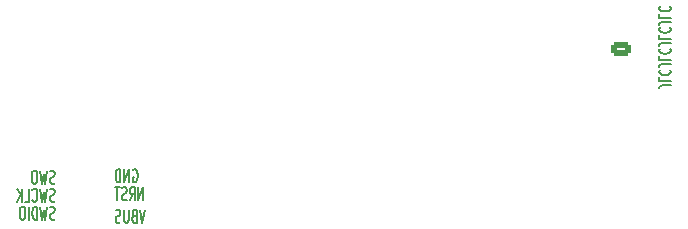
<source format=gbr>
%TF.GenerationSoftware,KiCad,Pcbnew,7.0.2-0*%
%TF.CreationDate,2023-05-23T14:33:50-04:00*%
%TF.ProjectId,7-segment-display-controller,372d7365-676d-4656-9e74-2d646973706c,A*%
%TF.SameCoordinates,Original*%
%TF.FileFunction,Legend,Bot*%
%TF.FilePolarity,Positive*%
%FSLAX46Y46*%
G04 Gerber Fmt 4.6, Leading zero omitted, Abs format (unit mm)*
G04 Created by KiCad (PCBNEW 7.0.2-0) date 2023-05-23 14:33:50*
%MOMM*%
%LPD*%
G01*
G04 APERTURE LIST*
G04 Aperture macros list*
%AMRoundRect*
0 Rectangle with rounded corners*
0 $1 Rounding radius*
0 $2 $3 $4 $5 $6 $7 $8 $9 X,Y pos of 4 corners*
0 Add a 4 corners polygon primitive as box body*
4,1,4,$2,$3,$4,$5,$6,$7,$8,$9,$2,$3,0*
0 Add four circle primitives for the rounded corners*
1,1,$1+$1,$2,$3*
1,1,$1+$1,$4,$5*
1,1,$1+$1,$6,$7*
1,1,$1+$1,$8,$9*
0 Add four rect primitives between the rounded corners*
20,1,$1+$1,$2,$3,$4,$5,0*
20,1,$1+$1,$4,$5,$6,$7,0*
20,1,$1+$1,$6,$7,$8,$9,0*
20,1,$1+$1,$8,$9,$2,$3,0*%
G04 Aperture macros list end*
%ADD10C,0.153000*%
%ADD11RoundRect,0.250000X-0.600000X-0.750000X0.600000X-0.750000X0.600000X0.750000X-0.600000X0.750000X0*%
%ADD12O,1.700000X2.000000*%
%ADD13O,1.700000X1.700000*%
%ADD14R,1.700000X1.700000*%
%ADD15RoundRect,0.250000X0.350000X0.625000X-0.350000X0.625000X-0.350000X-0.625000X0.350000X-0.625000X0*%
%ADD16O,1.200000X1.750000*%
%ADD17C,0.900000*%
%ADD18C,8.600000*%
%ADD19O,1.200000X1.900000*%
%ADD20C,1.450000*%
%ADD21C,0.991000*%
%ADD22O,1.950000X1.700000*%
%ADD23RoundRect,0.250000X-0.725000X0.600000X-0.725000X-0.600000X0.725000X-0.600000X0.725000X0.600000X0*%
%ADD24O,1.750000X1.200000*%
%ADD25RoundRect,0.250000X0.625000X-0.350000X0.625000X0.350000X-0.625000X0.350000X-0.625000X-0.350000X0*%
%ADD26RoundRect,0.250000X-0.625000X0.350000X-0.625000X-0.350000X0.625000X-0.350000X0.625000X0.350000X0*%
G04 APERTURE END LIST*
D10*
X16561999Y-40461500D02*
X16461999Y-40513880D01*
X16461999Y-40513880D02*
X16295333Y-40513880D01*
X16295333Y-40513880D02*
X16228666Y-40461500D01*
X16228666Y-40461500D02*
X16195333Y-40409119D01*
X16195333Y-40409119D02*
X16161999Y-40304357D01*
X16161999Y-40304357D02*
X16161999Y-40199595D01*
X16161999Y-40199595D02*
X16195333Y-40094833D01*
X16195333Y-40094833D02*
X16228666Y-40042452D01*
X16228666Y-40042452D02*
X16295333Y-39990071D01*
X16295333Y-39990071D02*
X16428666Y-39937690D01*
X16428666Y-39937690D02*
X16495333Y-39885309D01*
X16495333Y-39885309D02*
X16528666Y-39832928D01*
X16528666Y-39832928D02*
X16561999Y-39728166D01*
X16561999Y-39728166D02*
X16561999Y-39623404D01*
X16561999Y-39623404D02*
X16528666Y-39518642D01*
X16528666Y-39518642D02*
X16495333Y-39466261D01*
X16495333Y-39466261D02*
X16428666Y-39413880D01*
X16428666Y-39413880D02*
X16261999Y-39413880D01*
X16261999Y-39413880D02*
X16161999Y-39466261D01*
X15928666Y-39413880D02*
X15761999Y-40513880D01*
X15761999Y-40513880D02*
X15628666Y-39728166D01*
X15628666Y-39728166D02*
X15495332Y-40513880D01*
X15495332Y-40513880D02*
X15328666Y-39413880D01*
X15061999Y-40513880D02*
X15061999Y-39413880D01*
X15061999Y-39413880D02*
X14895332Y-39413880D01*
X14895332Y-39413880D02*
X14795332Y-39466261D01*
X14795332Y-39466261D02*
X14728666Y-39571023D01*
X14728666Y-39571023D02*
X14695332Y-39675785D01*
X14695332Y-39675785D02*
X14661999Y-39885309D01*
X14661999Y-39885309D02*
X14661999Y-40042452D01*
X14661999Y-40042452D02*
X14695332Y-40251976D01*
X14695332Y-40251976D02*
X14728666Y-40356738D01*
X14728666Y-40356738D02*
X14795332Y-40461500D01*
X14795332Y-40461500D02*
X14895332Y-40513880D01*
X14895332Y-40513880D02*
X15061999Y-40513880D01*
X14361999Y-40513880D02*
X14361999Y-39413880D01*
X13895333Y-39413880D02*
X13761999Y-39413880D01*
X13761999Y-39413880D02*
X13695333Y-39466261D01*
X13695333Y-39466261D02*
X13628666Y-39571023D01*
X13628666Y-39571023D02*
X13595333Y-39780547D01*
X13595333Y-39780547D02*
X13595333Y-40147214D01*
X13595333Y-40147214D02*
X13628666Y-40356738D01*
X13628666Y-40356738D02*
X13695333Y-40461500D01*
X13695333Y-40461500D02*
X13761999Y-40513880D01*
X13761999Y-40513880D02*
X13895333Y-40513880D01*
X13895333Y-40513880D02*
X13961999Y-40461500D01*
X13961999Y-40461500D02*
X14028666Y-40356738D01*
X14028666Y-40356738D02*
X14061999Y-40147214D01*
X14061999Y-40147214D02*
X14061999Y-39780547D01*
X14061999Y-39780547D02*
X14028666Y-39571023D01*
X14028666Y-39571023D02*
X13961999Y-39466261D01*
X13961999Y-39466261D02*
X13895333Y-39413880D01*
X16561999Y-38937500D02*
X16461999Y-38989880D01*
X16461999Y-38989880D02*
X16295333Y-38989880D01*
X16295333Y-38989880D02*
X16228666Y-38937500D01*
X16228666Y-38937500D02*
X16195333Y-38885119D01*
X16195333Y-38885119D02*
X16161999Y-38780357D01*
X16161999Y-38780357D02*
X16161999Y-38675595D01*
X16161999Y-38675595D02*
X16195333Y-38570833D01*
X16195333Y-38570833D02*
X16228666Y-38518452D01*
X16228666Y-38518452D02*
X16295333Y-38466071D01*
X16295333Y-38466071D02*
X16428666Y-38413690D01*
X16428666Y-38413690D02*
X16495333Y-38361309D01*
X16495333Y-38361309D02*
X16528666Y-38308928D01*
X16528666Y-38308928D02*
X16561999Y-38204166D01*
X16561999Y-38204166D02*
X16561999Y-38099404D01*
X16561999Y-38099404D02*
X16528666Y-37994642D01*
X16528666Y-37994642D02*
X16495333Y-37942261D01*
X16495333Y-37942261D02*
X16428666Y-37889880D01*
X16428666Y-37889880D02*
X16261999Y-37889880D01*
X16261999Y-37889880D02*
X16161999Y-37942261D01*
X15928666Y-37889880D02*
X15761999Y-38989880D01*
X15761999Y-38989880D02*
X15628666Y-38204166D01*
X15628666Y-38204166D02*
X15495332Y-38989880D01*
X15495332Y-38989880D02*
X15328666Y-37889880D01*
X14661999Y-38885119D02*
X14695332Y-38937500D01*
X14695332Y-38937500D02*
X14795332Y-38989880D01*
X14795332Y-38989880D02*
X14861999Y-38989880D01*
X14861999Y-38989880D02*
X14961999Y-38937500D01*
X14961999Y-38937500D02*
X15028666Y-38832738D01*
X15028666Y-38832738D02*
X15061999Y-38727976D01*
X15061999Y-38727976D02*
X15095332Y-38518452D01*
X15095332Y-38518452D02*
X15095332Y-38361309D01*
X15095332Y-38361309D02*
X15061999Y-38151785D01*
X15061999Y-38151785D02*
X15028666Y-38047023D01*
X15028666Y-38047023D02*
X14961999Y-37942261D01*
X14961999Y-37942261D02*
X14861999Y-37889880D01*
X14861999Y-37889880D02*
X14795332Y-37889880D01*
X14795332Y-37889880D02*
X14695332Y-37942261D01*
X14695332Y-37942261D02*
X14661999Y-37994642D01*
X14028666Y-38989880D02*
X14361999Y-38989880D01*
X14361999Y-38989880D02*
X14361999Y-37889880D01*
X13795332Y-38989880D02*
X13795332Y-37889880D01*
X13395332Y-38989880D02*
X13695332Y-38361309D01*
X13395332Y-37889880D02*
X13795332Y-38518452D01*
X16561999Y-37413500D02*
X16461999Y-37465880D01*
X16461999Y-37465880D02*
X16295333Y-37465880D01*
X16295333Y-37465880D02*
X16228666Y-37413500D01*
X16228666Y-37413500D02*
X16195333Y-37361119D01*
X16195333Y-37361119D02*
X16161999Y-37256357D01*
X16161999Y-37256357D02*
X16161999Y-37151595D01*
X16161999Y-37151595D02*
X16195333Y-37046833D01*
X16195333Y-37046833D02*
X16228666Y-36994452D01*
X16228666Y-36994452D02*
X16295333Y-36942071D01*
X16295333Y-36942071D02*
X16428666Y-36889690D01*
X16428666Y-36889690D02*
X16495333Y-36837309D01*
X16495333Y-36837309D02*
X16528666Y-36784928D01*
X16528666Y-36784928D02*
X16561999Y-36680166D01*
X16561999Y-36680166D02*
X16561999Y-36575404D01*
X16561999Y-36575404D02*
X16528666Y-36470642D01*
X16528666Y-36470642D02*
X16495333Y-36418261D01*
X16495333Y-36418261D02*
X16428666Y-36365880D01*
X16428666Y-36365880D02*
X16261999Y-36365880D01*
X16261999Y-36365880D02*
X16161999Y-36418261D01*
X15928666Y-36365880D02*
X15761999Y-37465880D01*
X15761999Y-37465880D02*
X15628666Y-36680166D01*
X15628666Y-36680166D02*
X15495332Y-37465880D01*
X15495332Y-37465880D02*
X15328666Y-36365880D01*
X14928666Y-36365880D02*
X14795332Y-36365880D01*
X14795332Y-36365880D02*
X14728666Y-36418261D01*
X14728666Y-36418261D02*
X14661999Y-36523023D01*
X14661999Y-36523023D02*
X14628666Y-36732547D01*
X14628666Y-36732547D02*
X14628666Y-37099214D01*
X14628666Y-37099214D02*
X14661999Y-37308738D01*
X14661999Y-37308738D02*
X14728666Y-37413500D01*
X14728666Y-37413500D02*
X14795332Y-37465880D01*
X14795332Y-37465880D02*
X14928666Y-37465880D01*
X14928666Y-37465880D02*
X14995332Y-37413500D01*
X14995332Y-37413500D02*
X15061999Y-37308738D01*
X15061999Y-37308738D02*
X15095332Y-37099214D01*
X15095332Y-37099214D02*
X15095332Y-36732547D01*
X15095332Y-36732547D02*
X15061999Y-36523023D01*
X15061999Y-36523023D02*
X14995332Y-36418261D01*
X14995332Y-36418261D02*
X14928666Y-36365880D01*
X23189999Y-36291261D02*
X23256666Y-36238880D01*
X23256666Y-36238880D02*
X23356666Y-36238880D01*
X23356666Y-36238880D02*
X23456666Y-36291261D01*
X23456666Y-36291261D02*
X23523333Y-36396023D01*
X23523333Y-36396023D02*
X23556666Y-36500785D01*
X23556666Y-36500785D02*
X23589999Y-36710309D01*
X23589999Y-36710309D02*
X23589999Y-36867452D01*
X23589999Y-36867452D02*
X23556666Y-37076976D01*
X23556666Y-37076976D02*
X23523333Y-37181738D01*
X23523333Y-37181738D02*
X23456666Y-37286500D01*
X23456666Y-37286500D02*
X23356666Y-37338880D01*
X23356666Y-37338880D02*
X23289999Y-37338880D01*
X23289999Y-37338880D02*
X23189999Y-37286500D01*
X23189999Y-37286500D02*
X23156666Y-37234119D01*
X23156666Y-37234119D02*
X23156666Y-36867452D01*
X23156666Y-36867452D02*
X23289999Y-36867452D01*
X22856666Y-37338880D02*
X22856666Y-36238880D01*
X22856666Y-36238880D02*
X22456666Y-37338880D01*
X22456666Y-37338880D02*
X22456666Y-36238880D01*
X22123333Y-37338880D02*
X22123333Y-36238880D01*
X22123333Y-36238880D02*
X21956666Y-36238880D01*
X21956666Y-36238880D02*
X21856666Y-36291261D01*
X21856666Y-36291261D02*
X21790000Y-36396023D01*
X21790000Y-36396023D02*
X21756666Y-36500785D01*
X21756666Y-36500785D02*
X21723333Y-36710309D01*
X21723333Y-36710309D02*
X21723333Y-36867452D01*
X21723333Y-36867452D02*
X21756666Y-37076976D01*
X21756666Y-37076976D02*
X21790000Y-37181738D01*
X21790000Y-37181738D02*
X21856666Y-37286500D01*
X21856666Y-37286500D02*
X21956666Y-37338880D01*
X21956666Y-37338880D02*
X22123333Y-37338880D01*
X24056666Y-38862880D02*
X24056666Y-37762880D01*
X24056666Y-37762880D02*
X23656666Y-38862880D01*
X23656666Y-38862880D02*
X23656666Y-37762880D01*
X22923333Y-38862880D02*
X23156666Y-38339071D01*
X23323333Y-38862880D02*
X23323333Y-37762880D01*
X23323333Y-37762880D02*
X23056666Y-37762880D01*
X23056666Y-37762880D02*
X22990000Y-37815261D01*
X22990000Y-37815261D02*
X22956666Y-37867642D01*
X22956666Y-37867642D02*
X22923333Y-37972404D01*
X22923333Y-37972404D02*
X22923333Y-38129547D01*
X22923333Y-38129547D02*
X22956666Y-38234309D01*
X22956666Y-38234309D02*
X22990000Y-38286690D01*
X22990000Y-38286690D02*
X23056666Y-38339071D01*
X23056666Y-38339071D02*
X23323333Y-38339071D01*
X22656666Y-38810500D02*
X22556666Y-38862880D01*
X22556666Y-38862880D02*
X22390000Y-38862880D01*
X22390000Y-38862880D02*
X22323333Y-38810500D01*
X22323333Y-38810500D02*
X22290000Y-38758119D01*
X22290000Y-38758119D02*
X22256666Y-38653357D01*
X22256666Y-38653357D02*
X22256666Y-38548595D01*
X22256666Y-38548595D02*
X22290000Y-38443833D01*
X22290000Y-38443833D02*
X22323333Y-38391452D01*
X22323333Y-38391452D02*
X22390000Y-38339071D01*
X22390000Y-38339071D02*
X22523333Y-38286690D01*
X22523333Y-38286690D02*
X22590000Y-38234309D01*
X22590000Y-38234309D02*
X22623333Y-38181928D01*
X22623333Y-38181928D02*
X22656666Y-38077166D01*
X22656666Y-38077166D02*
X22656666Y-37972404D01*
X22656666Y-37972404D02*
X22623333Y-37867642D01*
X22623333Y-37867642D02*
X22590000Y-37815261D01*
X22590000Y-37815261D02*
X22523333Y-37762880D01*
X22523333Y-37762880D02*
X22356666Y-37762880D01*
X22356666Y-37762880D02*
X22256666Y-37815261D01*
X22056666Y-37762880D02*
X21656666Y-37762880D01*
X21856666Y-38862880D02*
X21856666Y-37762880D01*
X24223333Y-39667880D02*
X23990000Y-40767880D01*
X23990000Y-40767880D02*
X23756666Y-39667880D01*
X23290000Y-40191690D02*
X23190000Y-40244071D01*
X23190000Y-40244071D02*
X23156666Y-40296452D01*
X23156666Y-40296452D02*
X23123333Y-40401214D01*
X23123333Y-40401214D02*
X23123333Y-40558357D01*
X23123333Y-40558357D02*
X23156666Y-40663119D01*
X23156666Y-40663119D02*
X23190000Y-40715500D01*
X23190000Y-40715500D02*
X23256666Y-40767880D01*
X23256666Y-40767880D02*
X23523333Y-40767880D01*
X23523333Y-40767880D02*
X23523333Y-39667880D01*
X23523333Y-39667880D02*
X23290000Y-39667880D01*
X23290000Y-39667880D02*
X23223333Y-39720261D01*
X23223333Y-39720261D02*
X23190000Y-39772642D01*
X23190000Y-39772642D02*
X23156666Y-39877404D01*
X23156666Y-39877404D02*
X23156666Y-39982166D01*
X23156666Y-39982166D02*
X23190000Y-40086928D01*
X23190000Y-40086928D02*
X23223333Y-40139309D01*
X23223333Y-40139309D02*
X23290000Y-40191690D01*
X23290000Y-40191690D02*
X23523333Y-40191690D01*
X22823333Y-39667880D02*
X22823333Y-40558357D01*
X22823333Y-40558357D02*
X22790000Y-40663119D01*
X22790000Y-40663119D02*
X22756666Y-40715500D01*
X22756666Y-40715500D02*
X22690000Y-40767880D01*
X22690000Y-40767880D02*
X22556666Y-40767880D01*
X22556666Y-40767880D02*
X22490000Y-40715500D01*
X22490000Y-40715500D02*
X22456666Y-40663119D01*
X22456666Y-40663119D02*
X22423333Y-40558357D01*
X22423333Y-40558357D02*
X22423333Y-39667880D01*
X22123333Y-40715500D02*
X22023333Y-40767880D01*
X22023333Y-40767880D02*
X21856667Y-40767880D01*
X21856667Y-40767880D02*
X21790000Y-40715500D01*
X21790000Y-40715500D02*
X21756667Y-40663119D01*
X21756667Y-40663119D02*
X21723333Y-40558357D01*
X21723333Y-40558357D02*
X21723333Y-40453595D01*
X21723333Y-40453595D02*
X21756667Y-40348833D01*
X21756667Y-40348833D02*
X21790000Y-40296452D01*
X21790000Y-40296452D02*
X21856667Y-40244071D01*
X21856667Y-40244071D02*
X21990000Y-40191690D01*
X21990000Y-40191690D02*
X22056667Y-40139309D01*
X22056667Y-40139309D02*
X22090000Y-40086928D01*
X22090000Y-40086928D02*
X22123333Y-39982166D01*
X22123333Y-39982166D02*
X22123333Y-39877404D01*
X22123333Y-39877404D02*
X22090000Y-39772642D01*
X22090000Y-39772642D02*
X22056667Y-39720261D01*
X22056667Y-39720261D02*
X21990000Y-39667880D01*
X21990000Y-39667880D02*
X21823333Y-39667880D01*
X21823333Y-39667880D02*
X21723333Y-39720261D01*
X68736380Y-29141333D02*
X68022095Y-29141333D01*
X68022095Y-29141333D02*
X67879238Y-29174666D01*
X67879238Y-29174666D02*
X67784000Y-29241333D01*
X67784000Y-29241333D02*
X67736380Y-29341333D01*
X67736380Y-29341333D02*
X67736380Y-29408000D01*
X67736380Y-28474667D02*
X67736380Y-28808000D01*
X67736380Y-28808000D02*
X68736380Y-28808000D01*
X67831619Y-27841333D02*
X67784000Y-27874666D01*
X67784000Y-27874666D02*
X67736380Y-27974666D01*
X67736380Y-27974666D02*
X67736380Y-28041333D01*
X67736380Y-28041333D02*
X67784000Y-28141333D01*
X67784000Y-28141333D02*
X67879238Y-28208000D01*
X67879238Y-28208000D02*
X67974476Y-28241333D01*
X67974476Y-28241333D02*
X68164952Y-28274666D01*
X68164952Y-28274666D02*
X68307809Y-28274666D01*
X68307809Y-28274666D02*
X68498285Y-28241333D01*
X68498285Y-28241333D02*
X68593523Y-28208000D01*
X68593523Y-28208000D02*
X68688761Y-28141333D01*
X68688761Y-28141333D02*
X68736380Y-28041333D01*
X68736380Y-28041333D02*
X68736380Y-27974666D01*
X68736380Y-27974666D02*
X68688761Y-27874666D01*
X68688761Y-27874666D02*
X68641142Y-27841333D01*
X68736380Y-27341333D02*
X68022095Y-27341333D01*
X68022095Y-27341333D02*
X67879238Y-27374666D01*
X67879238Y-27374666D02*
X67784000Y-27441333D01*
X67784000Y-27441333D02*
X67736380Y-27541333D01*
X67736380Y-27541333D02*
X67736380Y-27608000D01*
X67736380Y-26674667D02*
X67736380Y-27008000D01*
X67736380Y-27008000D02*
X68736380Y-27008000D01*
X67831619Y-26041333D02*
X67784000Y-26074666D01*
X67784000Y-26074666D02*
X67736380Y-26174666D01*
X67736380Y-26174666D02*
X67736380Y-26241333D01*
X67736380Y-26241333D02*
X67784000Y-26341333D01*
X67784000Y-26341333D02*
X67879238Y-26408000D01*
X67879238Y-26408000D02*
X67974476Y-26441333D01*
X67974476Y-26441333D02*
X68164952Y-26474666D01*
X68164952Y-26474666D02*
X68307809Y-26474666D01*
X68307809Y-26474666D02*
X68498285Y-26441333D01*
X68498285Y-26441333D02*
X68593523Y-26408000D01*
X68593523Y-26408000D02*
X68688761Y-26341333D01*
X68688761Y-26341333D02*
X68736380Y-26241333D01*
X68736380Y-26241333D02*
X68736380Y-26174666D01*
X68736380Y-26174666D02*
X68688761Y-26074666D01*
X68688761Y-26074666D02*
X68641142Y-26041333D01*
X68736380Y-25541333D02*
X68022095Y-25541333D01*
X68022095Y-25541333D02*
X67879238Y-25574666D01*
X67879238Y-25574666D02*
X67784000Y-25641333D01*
X67784000Y-25641333D02*
X67736380Y-25741333D01*
X67736380Y-25741333D02*
X67736380Y-25808000D01*
X67736380Y-24874667D02*
X67736380Y-25208000D01*
X67736380Y-25208000D02*
X68736380Y-25208000D01*
X67831619Y-24241333D02*
X67784000Y-24274666D01*
X67784000Y-24274666D02*
X67736380Y-24374666D01*
X67736380Y-24374666D02*
X67736380Y-24441333D01*
X67736380Y-24441333D02*
X67784000Y-24541333D01*
X67784000Y-24541333D02*
X67879238Y-24608000D01*
X67879238Y-24608000D02*
X67974476Y-24641333D01*
X67974476Y-24641333D02*
X68164952Y-24674666D01*
X68164952Y-24674666D02*
X68307809Y-24674666D01*
X68307809Y-24674666D02*
X68498285Y-24641333D01*
X68498285Y-24641333D02*
X68593523Y-24608000D01*
X68593523Y-24608000D02*
X68688761Y-24541333D01*
X68688761Y-24541333D02*
X68736380Y-24441333D01*
X68736380Y-24441333D02*
X68736380Y-24374666D01*
X68736380Y-24374666D02*
X68688761Y-24274666D01*
X68688761Y-24274666D02*
X68641142Y-24241333D01*
X68736380Y-23741333D02*
X68022095Y-23741333D01*
X68022095Y-23741333D02*
X67879238Y-23774666D01*
X67879238Y-23774666D02*
X67784000Y-23841333D01*
X67784000Y-23841333D02*
X67736380Y-23941333D01*
X67736380Y-23941333D02*
X67736380Y-24008000D01*
X67736380Y-23074667D02*
X67736380Y-23408000D01*
X67736380Y-23408000D02*
X68736380Y-23408000D01*
X67831619Y-22441333D02*
X67784000Y-22474666D01*
X67784000Y-22474666D02*
X67736380Y-22574666D01*
X67736380Y-22574666D02*
X67736380Y-22641333D01*
X67736380Y-22641333D02*
X67784000Y-22741333D01*
X67784000Y-22741333D02*
X67879238Y-22808000D01*
X67879238Y-22808000D02*
X67974476Y-22841333D01*
X67974476Y-22841333D02*
X68164952Y-22874666D01*
X68164952Y-22874666D02*
X68307809Y-22874666D01*
X68307809Y-22874666D02*
X68498285Y-22841333D01*
X68498285Y-22841333D02*
X68593523Y-22808000D01*
X68593523Y-22808000D02*
X68688761Y-22741333D01*
X68688761Y-22741333D02*
X68736380Y-22641333D01*
X68736380Y-22641333D02*
X68736380Y-22574666D01*
X68736380Y-22574666D02*
X68688761Y-22474666D01*
X68688761Y-22474666D02*
X68641142Y-22441333D01*
%LPC*%
D11*
%TO.C,J107*%
X50947000Y-47481000D03*
D12*
X53447000Y-47481000D03*
%TD*%
D13*
%TO.C,OLED101*%
X13388000Y-3459000D03*
X13388000Y-5999000D03*
X13388000Y-8539000D03*
D14*
X13388000Y-11079000D03*
%TD*%
D15*
%TO.C,J106*%
X57658000Y-6731000D03*
D16*
X55658000Y-6731000D03*
X53658000Y-6731000D03*
%TD*%
D17*
%TO.C,H104*%
X8432000Y-48768000D03*
X5207000Y-45543000D03*
X2926581Y-46487581D03*
X1982000Y-48768000D03*
X7487419Y-51048419D03*
X7487419Y-46487581D03*
X2926581Y-51048419D03*
X5207000Y-51993000D03*
D18*
X5207000Y-48768000D03*
%TD*%
D17*
%TO.C,H103*%
X8432000Y-5080000D03*
X5207000Y-1855000D03*
X2926581Y-2799581D03*
X1982000Y-5080000D03*
X7487419Y-7360419D03*
X7487419Y-2799581D03*
X2926581Y-7360419D03*
X5207000Y-8305000D03*
D18*
X5207000Y-5080000D03*
%TD*%
D17*
%TO.C,H102*%
X69138000Y-48768000D03*
X65913000Y-45543000D03*
X63632581Y-46487581D03*
X62688000Y-48768000D03*
X68193419Y-51048419D03*
X68193419Y-46487581D03*
X63632581Y-51048419D03*
X65913000Y-51993000D03*
D18*
X65913000Y-48768000D03*
%TD*%
D17*
%TO.C,H101*%
X69138000Y-5080000D03*
X65913000Y-1855000D03*
X63632581Y-2799581D03*
X62688000Y-5080000D03*
X68193419Y-7360419D03*
X68193419Y-2799581D03*
X63632581Y-7360419D03*
X65913000Y-8305000D03*
D18*
X65913000Y-5080000D03*
%TD*%
D19*
%TO.C,J102*%
X26690200Y-52494700D03*
D20*
X25690200Y-49794700D03*
X20690200Y-49794700D03*
D19*
X19690200Y-52494700D03*
%TD*%
D21*
%TO.C,J101*%
X20344400Y-36017200D03*
X18314400Y-36017200D03*
X19329400Y-41097200D03*
%TD*%
D22*
%TO.C,J104*%
X6731000Y-29297000D03*
X6731000Y-26797000D03*
D23*
X6731000Y-24297000D03*
%TD*%
D24*
%TO.C,J103*%
X64516000Y-20035000D03*
X64516000Y-22035000D03*
X64516000Y-24035000D03*
D25*
X64516000Y-26035000D03*
%TD*%
D26*
%TO.C,J105*%
X6207000Y-12605000D03*
D24*
X6207000Y-14605000D03*
X6207000Y-16605000D03*
X6207000Y-18605000D03*
%TD*%
%LPD*%
M02*

</source>
